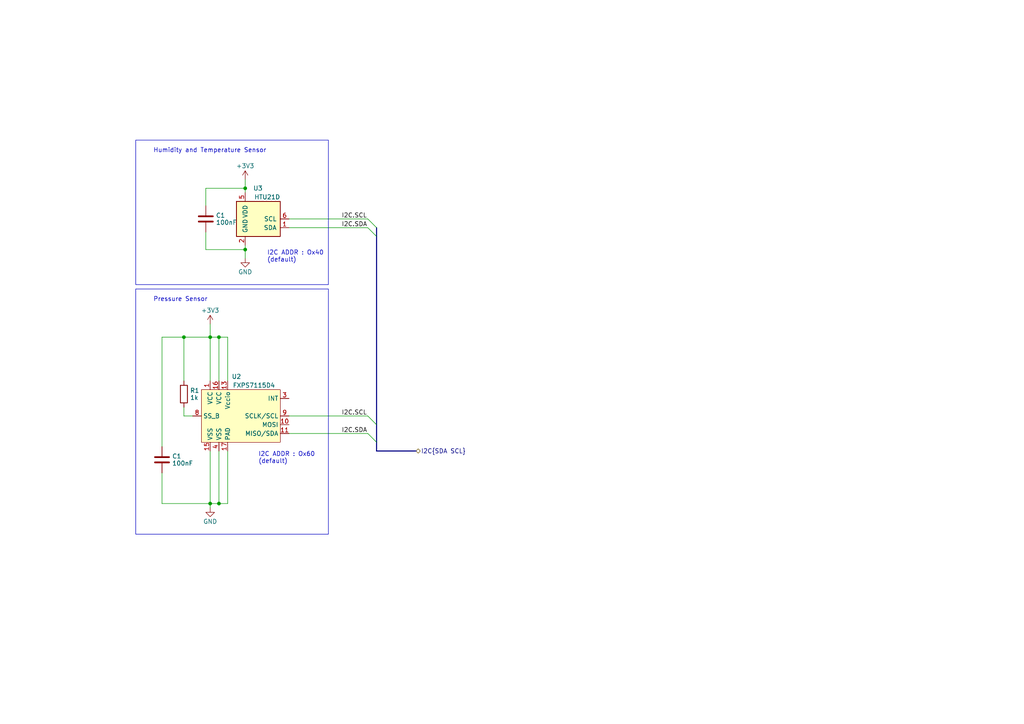
<source format=kicad_sch>
(kicad_sch (version 20230121) (generator eeschema)
  (paper "A4")
  (lib_symbols
    (symbol "Device:C" (pin_numbers hide) (pin_names (offset 0.254))
      (property "Reference" "C" (at 0.635 2.54 0))
      (property "Value" "C" (at 0.635 -2.54 0))
      (symbol "C_0_1"
        (polyline (pts (xy -2.032 -0.762) (xy 2.032 -0.762)) (stroke (width 0.508)))
        (polyline (pts (xy -2.032 0.762) (xy 2.032 0.762)) (stroke (width 0.508)))
      )
      (symbol "C_1_1"
        (pin passive line (at 0 3.81 270) (length 2.794) (name "~") (number "1"))
        (pin passive line (at 0 -3.81 90) (length 2.794) (name "~") (number "2"))
      )
    )
    (symbol "Device:R" (pin_numbers hide) (pin_names (offset 0))
      (property "Reference" "R" (at 2.032 0 90))
      (property "Value" "R" (at 0 0 90))
      (symbol "R_0_1"
        (rectangle (start -1.016 -2.54) (end 1.016 2.54) (stroke (width 0.254)))
      )
      (symbol "R_1_1"
        (pin passive line (at 0 3.81 270) (length 1.27) (name "~") (number "1"))
        (pin passive line (at 0 -3.81 90) (length 1.27) (name "~") (number "2"))
      )
    )
    (symbol "New_Library:FXPS7115D4"
      (property "Reference" "U" (at -2.54 7.62 0))
      (property "Value" "FXPS7115D4" (at -2.54 10.16 0))
      (symbol "FXPS7115D4_0_0"
        (pin power_in line (at -10.16 10.16 270) (length 2.54) (name "VCC") (number "1"))
        (pin input line (at 12.7 -2.54 180) (length 2.54) (name "MOSI") (number "10"))
        (pin bidirectional line (at 12.7 -5.08 180) (length 2.54) (name "MISO/SDA") (number "11"))
        (pin power_in line (at -5.08 10.16 270) (length 2.54) (name "Vccio") (number "13"))
        (pin power_in line (at -10.16 -10.16 90) (length 2.54) (name "VSS") (number "15"))
        (pin power_in line (at -7.62 10.16 270) (length 2.54) (name "VCC") (number "16"))
        (pin power_in line (at -5.08 -10.16 90) (length 2.54) (name "PAD") (number "17"))
        (pin output line (at 12.7 5.08 180) (length 2.54) (name "INT") (number "3"))
        (pin power_in line (at -7.62 -10.16 90) (length 2.54) (name "VSS") (number "4"))
        (pin input line (at -15.24 0 0) (length 2.54) (name "SS_B") (number "8"))
        (pin input line (at 12.7 0 180) (length 2.54) (name "SCLK/SCL") (number "9"))
      )
      (symbol "FXPS7115D4_1_0"
        (pin unspecified line (at 0 10.16 270) (length 2.54) hide (name "TESTx") (number "12"))
        (pin no_connect line (at 7.62 -10.16 90) (length 2.54) hide (name "NC") (number "14"))
        (pin unspecified line (at 5.08 10.16 270) (length 2.54) hide (name "TESTx") (number "2"))
        (pin unspecified line (at 2.54 10.16 270) (length 2.54) hide (name "TESTx") (number "5"))
        (pin no_connect line (at 2.54 -10.16 90) (length 2.54) hide (name "NC") (number "6"))
        (pin no_connect line (at 5.08 -10.16 90) (length 2.54) hide (name "NC") (number "7"))
      )
      (symbol "FXPS7115D4_1_1"
        (rectangle (start -12.7 7.62) (end 10.16 -7.62) (fill (type background)))
      )
    )
    (symbol "New_Library:HTU21D" (pin_names (offset 1.016))
      (property "Reference" "U" (at 0 7.62 0))
      (property "Value" "HTU21D" (at 0 10.16 0))
      (symbol "HTU21D_0_1"
        (rectangle (start -5.08 5.08) (end 7.62 -5.08) (stroke (width 0.254)) (fill (type background)))
      )
      (symbol "HTU21D_1_0"
        (pin no_connect line (at 0 7.62 270) (length 2.54) hide (name "NC") (number "4"))
      )
      (symbol "HTU21D_1_1"
        (pin bidirectional line (at 10.16 -2.54 180) (length 2.54) (name "SDA") (number "1"))
        (pin power_in line (at -2.54 -7.62 90) (length 2.54) (name "GND") (number "2"))
        (pin no_connect line (at 0 -7.62 90) (length 2.54) hide (name "NC") (number "3"))
        (pin power_in line (at -2.54 7.62 270) (length 2.54) (name "VDD") (number "5"))
        (pin input line (at 10.16 0 180) (length 2.54) (name "SCL") (number "6"))
      )
    )
    (symbol "power:+3V3" (power) (pin_names (offset 0))
      (property "Value" "+3V3" (at 0 3.556 0))
      (symbol "+3V3_0_1"
        (polyline (pts (xy -0.762 1.27) (xy 0 2.54)))
        (polyline (pts (xy 0 0) (xy 0 2.54)))
        (polyline (pts (xy 0 2.54) (xy 0.762 1.27)))
      )
      (symbol "+3V3_1_1"
        (pin power_in line (at 0 0 90) (length 0) hide (name "+3V3") (number "1"))
      )
    )
    (symbol "power:GND" (power) (pin_names (offset 0))
      (property "Value" "GND" (at 0 -3.81 0))
      (symbol "GND_0_1"
        (polyline (pts (xy 0 0) (xy 0 -1.27) (xy 1.27 -1.27) (xy 0 -2.54) (xy -1.27 -1.27) (xy 0 -1.27)))
      )
      (symbol "GND_1_1"
        (pin power_in line (at 0 0 270) (length 0) hide (name "GND") (number "1"))
      )
    )
  )
  (junction (at 71.12 72.39))
  (junction (at 63.5 97.79))
  (junction (at 60.96 97.79))
  (junction (at 60.96 146.05))
  (junction (at 71.12 54.61))
  (junction (at 63.5 146.05))
  (junction (at 53.34 97.79))
  (bus_entry (at 106.68 120.65) (size 2.54 2.54))
  (bus_entry (at 106.68 63.5) (size 2.54 2.54))
  (bus_entry (at 106.68 125.73) (size 2.54 2.54))
  (bus_entry (at 106.68 66.04) (size 2.54 2.54))
  (wire (pts (xy 60.96 146.05) (xy 60.96 147.32)))
  (wire (pts (xy 66.04 130.81) (xy 66.04 146.05)))
  (wire (pts (xy 63.5 146.05) (xy 66.04 146.05)))
  (bus (pts (xy 109.22 66.04) (xy 109.22 68.58)))
  (wire (pts (xy 60.96 146.05) (xy 63.5 146.05)))
  (wire (pts (xy 46.99 137.16) (xy 46.99 146.05)))
  (wire (pts (xy 71.12 72.39) (xy 71.12 74.93)))
  (bus (pts (xy 109.22 123.19) (xy 109.22 128.27)))
  (wire (pts (xy 63.5 130.81) (xy 63.5 146.05)))
  (wire (pts (xy 46.99 97.79) (xy 53.34 97.79)))
  (wire (pts (xy 53.34 97.79) (xy 53.34 110.49)))
  (bus (pts (xy 109.22 130.81) (xy 120.65 130.81)))
  (wire (pts (xy 71.12 52.07) (xy 71.12 54.61)))
  (wire (pts (xy 59.69 67.31) (xy 59.69 72.39)))
  (bus (pts (xy 109.22 128.27) (xy 109.22 130.81)))
  (wire (pts (xy 59.69 72.39) (xy 71.12 72.39)))
  (wire (pts (xy 59.69 54.61) (xy 71.12 54.61)))
  (bus (pts (xy 109.22 68.58) (xy 109.22 123.19)))
  (wire (pts (xy 60.96 97.79) (xy 63.5 97.79)))
  (wire (pts (xy 59.69 59.69) (xy 59.69 54.61)))
  (wire (pts (xy 71.12 71.12) (xy 71.12 72.39)))
  (wire (pts (xy 83.82 63.5) (xy 106.68 63.5)))
  (wire (pts (xy 83.82 120.65) (xy 106.68 120.65)))
  (wire (pts (xy 46.99 129.54) (xy 46.99 97.79)))
  (wire (pts (xy 83.82 125.73) (xy 106.68 125.73)))
  (wire (pts (xy 53.34 120.65) (xy 55.88 120.65)))
  (wire (pts (xy 63.5 97.79) (xy 66.04 97.79)))
  (wire (pts (xy 60.96 93.98) (xy 60.96 97.79)))
  (wire (pts (xy 83.82 66.04) (xy 106.68 66.04)))
  (wire (pts (xy 71.12 54.61) (xy 71.12 55.88)))
  (wire (pts (xy 53.34 120.65) (xy 53.34 118.11)))
  (wire (pts (xy 63.5 110.49) (xy 63.5 97.79)))
  (wire (pts (xy 53.34 97.79) (xy 60.96 97.79)))
  (wire (pts (xy 60.96 130.81) (xy 60.96 146.05)))
  (wire (pts (xy 60.96 97.79) (xy 60.96 110.49)))
  (wire (pts (xy 66.04 97.79) (xy 66.04 110.49)))
  (wire (pts (xy 46.99 146.05) (xy 60.96 146.05)))
  (rectangle (start 39.37 40.64) (end 95.25 82.55))
  (rectangle (start 39.37 83.82) (end 95.25 154.94))
  (text "I2C ADDR : Ox60\n(default)" (at 74.93 134.62 0) (effects (font (size 1.27 1.27)) (justify left bottom)))
  (text "I2C ADDR : Ox40\n(default)" (at 77.47 76.2 0) (effects (font (size 1.27 1.27)) (justify left bottom)))
  (text "Pressure Sensor" (at 44.45 87.63 0) (effects (font (size 1.27 1.27)) (justify left bottom)))
  (text "Humidity and Temperature Sensor" (at 44.45 44.45 0) (effects (font (size 1.27 1.27)) (justify left bottom)))
  (label "I2C.SDA" (at 99.06 66.04 0))
  (label "I2C.SCL" (at 99.06 120.65 0))
  (label "I2C.SCL" (at 99.06 63.5 0))
  (label "I2C.SDA" (at 99.06 125.73 0))
  (hierarchical_label "I2C{SDA SCL}" (shape bidirectional) (at 120.65 130.81 0))
  (symbol (lib_id "power:+3V3") (at 71.12 52.07 0) (unit 1)
    (property "Reference" "#PWR04" (effects hide))
    (property "Value" "+3V3" (at 71.12 48.125 0))
  )
  (symbol (lib_id "New_Library:HTU21D") (at 73.66 63.5 0) (unit 1)
    (property "Reference" "U3" (at 76.2 54.61 0) (effects (justify right)))
    (property "Value" "HTU21D" (at 81.28 57.15 0) (effects (justify right)))
  )
  (symbol (lib_id "New_Library:FXPS7115D4") (at 71.12 120.65 0) (unit 1)
    (property "Reference" "U2" (at 68.58 109.22 0))
    (property "Value" "FXPS7115D4" (at 73.66 111.76 0))
  )
  (symbol (lib_id "Device:R") (at 53.34 114.3 0) (unit 1)
    (property "Reference" "R1" (at 55.118 113.276 0) (effects (justify left)))
    (property "Value" "1k" (at 55.118 115.324 0) (effects (justify left)))
  )
  (symbol (lib_id "power:GND") (at 60.96 147.32 0) (unit 1)
    (property "Reference" "#PWR07" (effects hide))
    (property "Value" "GND" (at 60.96 151.265 0))
  )
  (symbol (lib_id "power:GND") (at 71.12 74.93 0) (unit 1)
    (property "Reference" "#PWR06" (effects hide))
    (property "Value" "GND" (at 71.12 78.875 0))
  )
  (symbol (lib_id "Device:C") (at 59.69 63.5 0) (unit 1)
    (property "Reference" "C1" (at 62.611 62.476 0) (effects (justify left)))
    (property "Value" "100nF" (at 62.611 64.524 0) (effects (justify left)))
    (instances (project "OpenWeatherStation_MainBoard" (path "" (reference "C1") (unit 1)) (path "" (reference "C21") (unit 1))))
  )
  (symbol (lib_id "Device:C") (at 46.99 133.35 0) (unit 1)
    (property "Reference" "C1" (at 49.911 132.326 0) (effects (justify left)))
    (property "Value" "100nF" (at 49.911 134.374 0) (effects (justify left)))
    (instances (project "OpenWeatherStation_MainBoard" (path "" (reference "C1") (unit 1)) (path "" (reference "C22") (unit 1))))
  )
  (symbol (lib_id "power:+3V3") (at 60.96 93.98 0) (unit 1)
    (property "Reference" "#PWR05" (effects hide))
    (property "Value" "+3V3" (at 60.96 90.035 0))
  )
)
</source>
